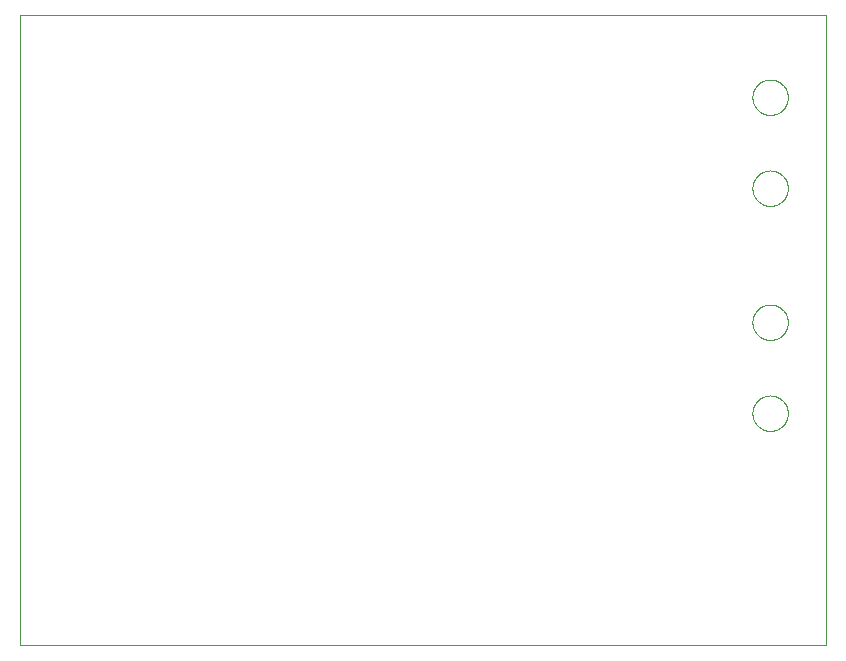
<source format=gbp>
G75*
%MOIN*%
%OFA0B0*%
%FSLAX25Y25*%
%IPPOS*%
%LPD*%
%AMOC8*
5,1,8,0,0,1.08239X$1,22.5*
%
%ADD10C,0.00000*%
D10*
X0001600Y0001600D02*
X0001600Y0211561D01*
X0270301Y0211561D01*
X0270301Y0001600D01*
X0001600Y0001600D01*
X0245694Y0078943D02*
X0245696Y0079096D01*
X0245702Y0079250D01*
X0245712Y0079403D01*
X0245726Y0079555D01*
X0245744Y0079708D01*
X0245766Y0079859D01*
X0245791Y0080010D01*
X0245821Y0080161D01*
X0245855Y0080311D01*
X0245892Y0080459D01*
X0245933Y0080607D01*
X0245978Y0080753D01*
X0246027Y0080899D01*
X0246080Y0081043D01*
X0246136Y0081185D01*
X0246196Y0081326D01*
X0246260Y0081466D01*
X0246327Y0081604D01*
X0246398Y0081740D01*
X0246473Y0081874D01*
X0246550Y0082006D01*
X0246632Y0082136D01*
X0246716Y0082264D01*
X0246804Y0082390D01*
X0246895Y0082513D01*
X0246989Y0082634D01*
X0247087Y0082752D01*
X0247187Y0082868D01*
X0247291Y0082981D01*
X0247397Y0083092D01*
X0247506Y0083200D01*
X0247618Y0083305D01*
X0247732Y0083406D01*
X0247850Y0083505D01*
X0247969Y0083601D01*
X0248091Y0083694D01*
X0248216Y0083783D01*
X0248343Y0083870D01*
X0248472Y0083952D01*
X0248603Y0084032D01*
X0248736Y0084108D01*
X0248871Y0084181D01*
X0249008Y0084250D01*
X0249147Y0084315D01*
X0249287Y0084377D01*
X0249429Y0084435D01*
X0249572Y0084490D01*
X0249717Y0084541D01*
X0249863Y0084588D01*
X0250010Y0084631D01*
X0250158Y0084670D01*
X0250307Y0084706D01*
X0250457Y0084737D01*
X0250608Y0084765D01*
X0250759Y0084789D01*
X0250912Y0084809D01*
X0251064Y0084825D01*
X0251217Y0084837D01*
X0251370Y0084845D01*
X0251523Y0084849D01*
X0251677Y0084849D01*
X0251830Y0084845D01*
X0251983Y0084837D01*
X0252136Y0084825D01*
X0252288Y0084809D01*
X0252441Y0084789D01*
X0252592Y0084765D01*
X0252743Y0084737D01*
X0252893Y0084706D01*
X0253042Y0084670D01*
X0253190Y0084631D01*
X0253337Y0084588D01*
X0253483Y0084541D01*
X0253628Y0084490D01*
X0253771Y0084435D01*
X0253913Y0084377D01*
X0254053Y0084315D01*
X0254192Y0084250D01*
X0254329Y0084181D01*
X0254464Y0084108D01*
X0254597Y0084032D01*
X0254728Y0083952D01*
X0254857Y0083870D01*
X0254984Y0083783D01*
X0255109Y0083694D01*
X0255231Y0083601D01*
X0255350Y0083505D01*
X0255468Y0083406D01*
X0255582Y0083305D01*
X0255694Y0083200D01*
X0255803Y0083092D01*
X0255909Y0082981D01*
X0256013Y0082868D01*
X0256113Y0082752D01*
X0256211Y0082634D01*
X0256305Y0082513D01*
X0256396Y0082390D01*
X0256484Y0082264D01*
X0256568Y0082136D01*
X0256650Y0082006D01*
X0256727Y0081874D01*
X0256802Y0081740D01*
X0256873Y0081604D01*
X0256940Y0081466D01*
X0257004Y0081326D01*
X0257064Y0081185D01*
X0257120Y0081043D01*
X0257173Y0080899D01*
X0257222Y0080753D01*
X0257267Y0080607D01*
X0257308Y0080459D01*
X0257345Y0080311D01*
X0257379Y0080161D01*
X0257409Y0080010D01*
X0257434Y0079859D01*
X0257456Y0079708D01*
X0257474Y0079555D01*
X0257488Y0079403D01*
X0257498Y0079250D01*
X0257504Y0079096D01*
X0257506Y0078943D01*
X0257504Y0078790D01*
X0257498Y0078636D01*
X0257488Y0078483D01*
X0257474Y0078331D01*
X0257456Y0078178D01*
X0257434Y0078027D01*
X0257409Y0077876D01*
X0257379Y0077725D01*
X0257345Y0077575D01*
X0257308Y0077427D01*
X0257267Y0077279D01*
X0257222Y0077133D01*
X0257173Y0076987D01*
X0257120Y0076843D01*
X0257064Y0076701D01*
X0257004Y0076560D01*
X0256940Y0076420D01*
X0256873Y0076282D01*
X0256802Y0076146D01*
X0256727Y0076012D01*
X0256650Y0075880D01*
X0256568Y0075750D01*
X0256484Y0075622D01*
X0256396Y0075496D01*
X0256305Y0075373D01*
X0256211Y0075252D01*
X0256113Y0075134D01*
X0256013Y0075018D01*
X0255909Y0074905D01*
X0255803Y0074794D01*
X0255694Y0074686D01*
X0255582Y0074581D01*
X0255468Y0074480D01*
X0255350Y0074381D01*
X0255231Y0074285D01*
X0255109Y0074192D01*
X0254984Y0074103D01*
X0254857Y0074016D01*
X0254728Y0073934D01*
X0254597Y0073854D01*
X0254464Y0073778D01*
X0254329Y0073705D01*
X0254192Y0073636D01*
X0254053Y0073571D01*
X0253913Y0073509D01*
X0253771Y0073451D01*
X0253628Y0073396D01*
X0253483Y0073345D01*
X0253337Y0073298D01*
X0253190Y0073255D01*
X0253042Y0073216D01*
X0252893Y0073180D01*
X0252743Y0073149D01*
X0252592Y0073121D01*
X0252441Y0073097D01*
X0252288Y0073077D01*
X0252136Y0073061D01*
X0251983Y0073049D01*
X0251830Y0073041D01*
X0251677Y0073037D01*
X0251523Y0073037D01*
X0251370Y0073041D01*
X0251217Y0073049D01*
X0251064Y0073061D01*
X0250912Y0073077D01*
X0250759Y0073097D01*
X0250608Y0073121D01*
X0250457Y0073149D01*
X0250307Y0073180D01*
X0250158Y0073216D01*
X0250010Y0073255D01*
X0249863Y0073298D01*
X0249717Y0073345D01*
X0249572Y0073396D01*
X0249429Y0073451D01*
X0249287Y0073509D01*
X0249147Y0073571D01*
X0249008Y0073636D01*
X0248871Y0073705D01*
X0248736Y0073778D01*
X0248603Y0073854D01*
X0248472Y0073934D01*
X0248343Y0074016D01*
X0248216Y0074103D01*
X0248091Y0074192D01*
X0247969Y0074285D01*
X0247850Y0074381D01*
X0247732Y0074480D01*
X0247618Y0074581D01*
X0247506Y0074686D01*
X0247397Y0074794D01*
X0247291Y0074905D01*
X0247187Y0075018D01*
X0247087Y0075134D01*
X0246989Y0075252D01*
X0246895Y0075373D01*
X0246804Y0075496D01*
X0246716Y0075622D01*
X0246632Y0075750D01*
X0246550Y0075880D01*
X0246473Y0076012D01*
X0246398Y0076146D01*
X0246327Y0076282D01*
X0246260Y0076420D01*
X0246196Y0076560D01*
X0246136Y0076701D01*
X0246080Y0076843D01*
X0246027Y0076987D01*
X0245978Y0077133D01*
X0245933Y0077279D01*
X0245892Y0077427D01*
X0245855Y0077575D01*
X0245821Y0077725D01*
X0245791Y0077876D01*
X0245766Y0078027D01*
X0245744Y0078178D01*
X0245726Y0078331D01*
X0245712Y0078483D01*
X0245702Y0078636D01*
X0245696Y0078790D01*
X0245694Y0078943D01*
X0245694Y0109257D02*
X0245696Y0109410D01*
X0245702Y0109564D01*
X0245712Y0109717D01*
X0245726Y0109869D01*
X0245744Y0110022D01*
X0245766Y0110173D01*
X0245791Y0110324D01*
X0245821Y0110475D01*
X0245855Y0110625D01*
X0245892Y0110773D01*
X0245933Y0110921D01*
X0245978Y0111067D01*
X0246027Y0111213D01*
X0246080Y0111357D01*
X0246136Y0111499D01*
X0246196Y0111640D01*
X0246260Y0111780D01*
X0246327Y0111918D01*
X0246398Y0112054D01*
X0246473Y0112188D01*
X0246550Y0112320D01*
X0246632Y0112450D01*
X0246716Y0112578D01*
X0246804Y0112704D01*
X0246895Y0112827D01*
X0246989Y0112948D01*
X0247087Y0113066D01*
X0247187Y0113182D01*
X0247291Y0113295D01*
X0247397Y0113406D01*
X0247506Y0113514D01*
X0247618Y0113619D01*
X0247732Y0113720D01*
X0247850Y0113819D01*
X0247969Y0113915D01*
X0248091Y0114008D01*
X0248216Y0114097D01*
X0248343Y0114184D01*
X0248472Y0114266D01*
X0248603Y0114346D01*
X0248736Y0114422D01*
X0248871Y0114495D01*
X0249008Y0114564D01*
X0249147Y0114629D01*
X0249287Y0114691D01*
X0249429Y0114749D01*
X0249572Y0114804D01*
X0249717Y0114855D01*
X0249863Y0114902D01*
X0250010Y0114945D01*
X0250158Y0114984D01*
X0250307Y0115020D01*
X0250457Y0115051D01*
X0250608Y0115079D01*
X0250759Y0115103D01*
X0250912Y0115123D01*
X0251064Y0115139D01*
X0251217Y0115151D01*
X0251370Y0115159D01*
X0251523Y0115163D01*
X0251677Y0115163D01*
X0251830Y0115159D01*
X0251983Y0115151D01*
X0252136Y0115139D01*
X0252288Y0115123D01*
X0252441Y0115103D01*
X0252592Y0115079D01*
X0252743Y0115051D01*
X0252893Y0115020D01*
X0253042Y0114984D01*
X0253190Y0114945D01*
X0253337Y0114902D01*
X0253483Y0114855D01*
X0253628Y0114804D01*
X0253771Y0114749D01*
X0253913Y0114691D01*
X0254053Y0114629D01*
X0254192Y0114564D01*
X0254329Y0114495D01*
X0254464Y0114422D01*
X0254597Y0114346D01*
X0254728Y0114266D01*
X0254857Y0114184D01*
X0254984Y0114097D01*
X0255109Y0114008D01*
X0255231Y0113915D01*
X0255350Y0113819D01*
X0255468Y0113720D01*
X0255582Y0113619D01*
X0255694Y0113514D01*
X0255803Y0113406D01*
X0255909Y0113295D01*
X0256013Y0113182D01*
X0256113Y0113066D01*
X0256211Y0112948D01*
X0256305Y0112827D01*
X0256396Y0112704D01*
X0256484Y0112578D01*
X0256568Y0112450D01*
X0256650Y0112320D01*
X0256727Y0112188D01*
X0256802Y0112054D01*
X0256873Y0111918D01*
X0256940Y0111780D01*
X0257004Y0111640D01*
X0257064Y0111499D01*
X0257120Y0111357D01*
X0257173Y0111213D01*
X0257222Y0111067D01*
X0257267Y0110921D01*
X0257308Y0110773D01*
X0257345Y0110625D01*
X0257379Y0110475D01*
X0257409Y0110324D01*
X0257434Y0110173D01*
X0257456Y0110022D01*
X0257474Y0109869D01*
X0257488Y0109717D01*
X0257498Y0109564D01*
X0257504Y0109410D01*
X0257506Y0109257D01*
X0257504Y0109104D01*
X0257498Y0108950D01*
X0257488Y0108797D01*
X0257474Y0108645D01*
X0257456Y0108492D01*
X0257434Y0108341D01*
X0257409Y0108190D01*
X0257379Y0108039D01*
X0257345Y0107889D01*
X0257308Y0107741D01*
X0257267Y0107593D01*
X0257222Y0107447D01*
X0257173Y0107301D01*
X0257120Y0107157D01*
X0257064Y0107015D01*
X0257004Y0106874D01*
X0256940Y0106734D01*
X0256873Y0106596D01*
X0256802Y0106460D01*
X0256727Y0106326D01*
X0256650Y0106194D01*
X0256568Y0106064D01*
X0256484Y0105936D01*
X0256396Y0105810D01*
X0256305Y0105687D01*
X0256211Y0105566D01*
X0256113Y0105448D01*
X0256013Y0105332D01*
X0255909Y0105219D01*
X0255803Y0105108D01*
X0255694Y0105000D01*
X0255582Y0104895D01*
X0255468Y0104794D01*
X0255350Y0104695D01*
X0255231Y0104599D01*
X0255109Y0104506D01*
X0254984Y0104417D01*
X0254857Y0104330D01*
X0254728Y0104248D01*
X0254597Y0104168D01*
X0254464Y0104092D01*
X0254329Y0104019D01*
X0254192Y0103950D01*
X0254053Y0103885D01*
X0253913Y0103823D01*
X0253771Y0103765D01*
X0253628Y0103710D01*
X0253483Y0103659D01*
X0253337Y0103612D01*
X0253190Y0103569D01*
X0253042Y0103530D01*
X0252893Y0103494D01*
X0252743Y0103463D01*
X0252592Y0103435D01*
X0252441Y0103411D01*
X0252288Y0103391D01*
X0252136Y0103375D01*
X0251983Y0103363D01*
X0251830Y0103355D01*
X0251677Y0103351D01*
X0251523Y0103351D01*
X0251370Y0103355D01*
X0251217Y0103363D01*
X0251064Y0103375D01*
X0250912Y0103391D01*
X0250759Y0103411D01*
X0250608Y0103435D01*
X0250457Y0103463D01*
X0250307Y0103494D01*
X0250158Y0103530D01*
X0250010Y0103569D01*
X0249863Y0103612D01*
X0249717Y0103659D01*
X0249572Y0103710D01*
X0249429Y0103765D01*
X0249287Y0103823D01*
X0249147Y0103885D01*
X0249008Y0103950D01*
X0248871Y0104019D01*
X0248736Y0104092D01*
X0248603Y0104168D01*
X0248472Y0104248D01*
X0248343Y0104330D01*
X0248216Y0104417D01*
X0248091Y0104506D01*
X0247969Y0104599D01*
X0247850Y0104695D01*
X0247732Y0104794D01*
X0247618Y0104895D01*
X0247506Y0105000D01*
X0247397Y0105108D01*
X0247291Y0105219D01*
X0247187Y0105332D01*
X0247087Y0105448D01*
X0246989Y0105566D01*
X0246895Y0105687D01*
X0246804Y0105810D01*
X0246716Y0105936D01*
X0246632Y0106064D01*
X0246550Y0106194D01*
X0246473Y0106326D01*
X0246398Y0106460D01*
X0246327Y0106596D01*
X0246260Y0106734D01*
X0246196Y0106874D01*
X0246136Y0107015D01*
X0246080Y0107157D01*
X0246027Y0107301D01*
X0245978Y0107447D01*
X0245933Y0107593D01*
X0245892Y0107741D01*
X0245855Y0107889D01*
X0245821Y0108039D01*
X0245791Y0108190D01*
X0245766Y0108341D01*
X0245744Y0108492D01*
X0245726Y0108645D01*
X0245712Y0108797D01*
X0245702Y0108950D01*
X0245696Y0109104D01*
X0245694Y0109257D01*
X0245694Y0153943D02*
X0245696Y0154096D01*
X0245702Y0154250D01*
X0245712Y0154403D01*
X0245726Y0154555D01*
X0245744Y0154708D01*
X0245766Y0154859D01*
X0245791Y0155010D01*
X0245821Y0155161D01*
X0245855Y0155311D01*
X0245892Y0155459D01*
X0245933Y0155607D01*
X0245978Y0155753D01*
X0246027Y0155899D01*
X0246080Y0156043D01*
X0246136Y0156185D01*
X0246196Y0156326D01*
X0246260Y0156466D01*
X0246327Y0156604D01*
X0246398Y0156740D01*
X0246473Y0156874D01*
X0246550Y0157006D01*
X0246632Y0157136D01*
X0246716Y0157264D01*
X0246804Y0157390D01*
X0246895Y0157513D01*
X0246989Y0157634D01*
X0247087Y0157752D01*
X0247187Y0157868D01*
X0247291Y0157981D01*
X0247397Y0158092D01*
X0247506Y0158200D01*
X0247618Y0158305D01*
X0247732Y0158406D01*
X0247850Y0158505D01*
X0247969Y0158601D01*
X0248091Y0158694D01*
X0248216Y0158783D01*
X0248343Y0158870D01*
X0248472Y0158952D01*
X0248603Y0159032D01*
X0248736Y0159108D01*
X0248871Y0159181D01*
X0249008Y0159250D01*
X0249147Y0159315D01*
X0249287Y0159377D01*
X0249429Y0159435D01*
X0249572Y0159490D01*
X0249717Y0159541D01*
X0249863Y0159588D01*
X0250010Y0159631D01*
X0250158Y0159670D01*
X0250307Y0159706D01*
X0250457Y0159737D01*
X0250608Y0159765D01*
X0250759Y0159789D01*
X0250912Y0159809D01*
X0251064Y0159825D01*
X0251217Y0159837D01*
X0251370Y0159845D01*
X0251523Y0159849D01*
X0251677Y0159849D01*
X0251830Y0159845D01*
X0251983Y0159837D01*
X0252136Y0159825D01*
X0252288Y0159809D01*
X0252441Y0159789D01*
X0252592Y0159765D01*
X0252743Y0159737D01*
X0252893Y0159706D01*
X0253042Y0159670D01*
X0253190Y0159631D01*
X0253337Y0159588D01*
X0253483Y0159541D01*
X0253628Y0159490D01*
X0253771Y0159435D01*
X0253913Y0159377D01*
X0254053Y0159315D01*
X0254192Y0159250D01*
X0254329Y0159181D01*
X0254464Y0159108D01*
X0254597Y0159032D01*
X0254728Y0158952D01*
X0254857Y0158870D01*
X0254984Y0158783D01*
X0255109Y0158694D01*
X0255231Y0158601D01*
X0255350Y0158505D01*
X0255468Y0158406D01*
X0255582Y0158305D01*
X0255694Y0158200D01*
X0255803Y0158092D01*
X0255909Y0157981D01*
X0256013Y0157868D01*
X0256113Y0157752D01*
X0256211Y0157634D01*
X0256305Y0157513D01*
X0256396Y0157390D01*
X0256484Y0157264D01*
X0256568Y0157136D01*
X0256650Y0157006D01*
X0256727Y0156874D01*
X0256802Y0156740D01*
X0256873Y0156604D01*
X0256940Y0156466D01*
X0257004Y0156326D01*
X0257064Y0156185D01*
X0257120Y0156043D01*
X0257173Y0155899D01*
X0257222Y0155753D01*
X0257267Y0155607D01*
X0257308Y0155459D01*
X0257345Y0155311D01*
X0257379Y0155161D01*
X0257409Y0155010D01*
X0257434Y0154859D01*
X0257456Y0154708D01*
X0257474Y0154555D01*
X0257488Y0154403D01*
X0257498Y0154250D01*
X0257504Y0154096D01*
X0257506Y0153943D01*
X0257504Y0153790D01*
X0257498Y0153636D01*
X0257488Y0153483D01*
X0257474Y0153331D01*
X0257456Y0153178D01*
X0257434Y0153027D01*
X0257409Y0152876D01*
X0257379Y0152725D01*
X0257345Y0152575D01*
X0257308Y0152427D01*
X0257267Y0152279D01*
X0257222Y0152133D01*
X0257173Y0151987D01*
X0257120Y0151843D01*
X0257064Y0151701D01*
X0257004Y0151560D01*
X0256940Y0151420D01*
X0256873Y0151282D01*
X0256802Y0151146D01*
X0256727Y0151012D01*
X0256650Y0150880D01*
X0256568Y0150750D01*
X0256484Y0150622D01*
X0256396Y0150496D01*
X0256305Y0150373D01*
X0256211Y0150252D01*
X0256113Y0150134D01*
X0256013Y0150018D01*
X0255909Y0149905D01*
X0255803Y0149794D01*
X0255694Y0149686D01*
X0255582Y0149581D01*
X0255468Y0149480D01*
X0255350Y0149381D01*
X0255231Y0149285D01*
X0255109Y0149192D01*
X0254984Y0149103D01*
X0254857Y0149016D01*
X0254728Y0148934D01*
X0254597Y0148854D01*
X0254464Y0148778D01*
X0254329Y0148705D01*
X0254192Y0148636D01*
X0254053Y0148571D01*
X0253913Y0148509D01*
X0253771Y0148451D01*
X0253628Y0148396D01*
X0253483Y0148345D01*
X0253337Y0148298D01*
X0253190Y0148255D01*
X0253042Y0148216D01*
X0252893Y0148180D01*
X0252743Y0148149D01*
X0252592Y0148121D01*
X0252441Y0148097D01*
X0252288Y0148077D01*
X0252136Y0148061D01*
X0251983Y0148049D01*
X0251830Y0148041D01*
X0251677Y0148037D01*
X0251523Y0148037D01*
X0251370Y0148041D01*
X0251217Y0148049D01*
X0251064Y0148061D01*
X0250912Y0148077D01*
X0250759Y0148097D01*
X0250608Y0148121D01*
X0250457Y0148149D01*
X0250307Y0148180D01*
X0250158Y0148216D01*
X0250010Y0148255D01*
X0249863Y0148298D01*
X0249717Y0148345D01*
X0249572Y0148396D01*
X0249429Y0148451D01*
X0249287Y0148509D01*
X0249147Y0148571D01*
X0249008Y0148636D01*
X0248871Y0148705D01*
X0248736Y0148778D01*
X0248603Y0148854D01*
X0248472Y0148934D01*
X0248343Y0149016D01*
X0248216Y0149103D01*
X0248091Y0149192D01*
X0247969Y0149285D01*
X0247850Y0149381D01*
X0247732Y0149480D01*
X0247618Y0149581D01*
X0247506Y0149686D01*
X0247397Y0149794D01*
X0247291Y0149905D01*
X0247187Y0150018D01*
X0247087Y0150134D01*
X0246989Y0150252D01*
X0246895Y0150373D01*
X0246804Y0150496D01*
X0246716Y0150622D01*
X0246632Y0150750D01*
X0246550Y0150880D01*
X0246473Y0151012D01*
X0246398Y0151146D01*
X0246327Y0151282D01*
X0246260Y0151420D01*
X0246196Y0151560D01*
X0246136Y0151701D01*
X0246080Y0151843D01*
X0246027Y0151987D01*
X0245978Y0152133D01*
X0245933Y0152279D01*
X0245892Y0152427D01*
X0245855Y0152575D01*
X0245821Y0152725D01*
X0245791Y0152876D01*
X0245766Y0153027D01*
X0245744Y0153178D01*
X0245726Y0153331D01*
X0245712Y0153483D01*
X0245702Y0153636D01*
X0245696Y0153790D01*
X0245694Y0153943D01*
X0245694Y0184257D02*
X0245696Y0184410D01*
X0245702Y0184564D01*
X0245712Y0184717D01*
X0245726Y0184869D01*
X0245744Y0185022D01*
X0245766Y0185173D01*
X0245791Y0185324D01*
X0245821Y0185475D01*
X0245855Y0185625D01*
X0245892Y0185773D01*
X0245933Y0185921D01*
X0245978Y0186067D01*
X0246027Y0186213D01*
X0246080Y0186357D01*
X0246136Y0186499D01*
X0246196Y0186640D01*
X0246260Y0186780D01*
X0246327Y0186918D01*
X0246398Y0187054D01*
X0246473Y0187188D01*
X0246550Y0187320D01*
X0246632Y0187450D01*
X0246716Y0187578D01*
X0246804Y0187704D01*
X0246895Y0187827D01*
X0246989Y0187948D01*
X0247087Y0188066D01*
X0247187Y0188182D01*
X0247291Y0188295D01*
X0247397Y0188406D01*
X0247506Y0188514D01*
X0247618Y0188619D01*
X0247732Y0188720D01*
X0247850Y0188819D01*
X0247969Y0188915D01*
X0248091Y0189008D01*
X0248216Y0189097D01*
X0248343Y0189184D01*
X0248472Y0189266D01*
X0248603Y0189346D01*
X0248736Y0189422D01*
X0248871Y0189495D01*
X0249008Y0189564D01*
X0249147Y0189629D01*
X0249287Y0189691D01*
X0249429Y0189749D01*
X0249572Y0189804D01*
X0249717Y0189855D01*
X0249863Y0189902D01*
X0250010Y0189945D01*
X0250158Y0189984D01*
X0250307Y0190020D01*
X0250457Y0190051D01*
X0250608Y0190079D01*
X0250759Y0190103D01*
X0250912Y0190123D01*
X0251064Y0190139D01*
X0251217Y0190151D01*
X0251370Y0190159D01*
X0251523Y0190163D01*
X0251677Y0190163D01*
X0251830Y0190159D01*
X0251983Y0190151D01*
X0252136Y0190139D01*
X0252288Y0190123D01*
X0252441Y0190103D01*
X0252592Y0190079D01*
X0252743Y0190051D01*
X0252893Y0190020D01*
X0253042Y0189984D01*
X0253190Y0189945D01*
X0253337Y0189902D01*
X0253483Y0189855D01*
X0253628Y0189804D01*
X0253771Y0189749D01*
X0253913Y0189691D01*
X0254053Y0189629D01*
X0254192Y0189564D01*
X0254329Y0189495D01*
X0254464Y0189422D01*
X0254597Y0189346D01*
X0254728Y0189266D01*
X0254857Y0189184D01*
X0254984Y0189097D01*
X0255109Y0189008D01*
X0255231Y0188915D01*
X0255350Y0188819D01*
X0255468Y0188720D01*
X0255582Y0188619D01*
X0255694Y0188514D01*
X0255803Y0188406D01*
X0255909Y0188295D01*
X0256013Y0188182D01*
X0256113Y0188066D01*
X0256211Y0187948D01*
X0256305Y0187827D01*
X0256396Y0187704D01*
X0256484Y0187578D01*
X0256568Y0187450D01*
X0256650Y0187320D01*
X0256727Y0187188D01*
X0256802Y0187054D01*
X0256873Y0186918D01*
X0256940Y0186780D01*
X0257004Y0186640D01*
X0257064Y0186499D01*
X0257120Y0186357D01*
X0257173Y0186213D01*
X0257222Y0186067D01*
X0257267Y0185921D01*
X0257308Y0185773D01*
X0257345Y0185625D01*
X0257379Y0185475D01*
X0257409Y0185324D01*
X0257434Y0185173D01*
X0257456Y0185022D01*
X0257474Y0184869D01*
X0257488Y0184717D01*
X0257498Y0184564D01*
X0257504Y0184410D01*
X0257506Y0184257D01*
X0257504Y0184104D01*
X0257498Y0183950D01*
X0257488Y0183797D01*
X0257474Y0183645D01*
X0257456Y0183492D01*
X0257434Y0183341D01*
X0257409Y0183190D01*
X0257379Y0183039D01*
X0257345Y0182889D01*
X0257308Y0182741D01*
X0257267Y0182593D01*
X0257222Y0182447D01*
X0257173Y0182301D01*
X0257120Y0182157D01*
X0257064Y0182015D01*
X0257004Y0181874D01*
X0256940Y0181734D01*
X0256873Y0181596D01*
X0256802Y0181460D01*
X0256727Y0181326D01*
X0256650Y0181194D01*
X0256568Y0181064D01*
X0256484Y0180936D01*
X0256396Y0180810D01*
X0256305Y0180687D01*
X0256211Y0180566D01*
X0256113Y0180448D01*
X0256013Y0180332D01*
X0255909Y0180219D01*
X0255803Y0180108D01*
X0255694Y0180000D01*
X0255582Y0179895D01*
X0255468Y0179794D01*
X0255350Y0179695D01*
X0255231Y0179599D01*
X0255109Y0179506D01*
X0254984Y0179417D01*
X0254857Y0179330D01*
X0254728Y0179248D01*
X0254597Y0179168D01*
X0254464Y0179092D01*
X0254329Y0179019D01*
X0254192Y0178950D01*
X0254053Y0178885D01*
X0253913Y0178823D01*
X0253771Y0178765D01*
X0253628Y0178710D01*
X0253483Y0178659D01*
X0253337Y0178612D01*
X0253190Y0178569D01*
X0253042Y0178530D01*
X0252893Y0178494D01*
X0252743Y0178463D01*
X0252592Y0178435D01*
X0252441Y0178411D01*
X0252288Y0178391D01*
X0252136Y0178375D01*
X0251983Y0178363D01*
X0251830Y0178355D01*
X0251677Y0178351D01*
X0251523Y0178351D01*
X0251370Y0178355D01*
X0251217Y0178363D01*
X0251064Y0178375D01*
X0250912Y0178391D01*
X0250759Y0178411D01*
X0250608Y0178435D01*
X0250457Y0178463D01*
X0250307Y0178494D01*
X0250158Y0178530D01*
X0250010Y0178569D01*
X0249863Y0178612D01*
X0249717Y0178659D01*
X0249572Y0178710D01*
X0249429Y0178765D01*
X0249287Y0178823D01*
X0249147Y0178885D01*
X0249008Y0178950D01*
X0248871Y0179019D01*
X0248736Y0179092D01*
X0248603Y0179168D01*
X0248472Y0179248D01*
X0248343Y0179330D01*
X0248216Y0179417D01*
X0248091Y0179506D01*
X0247969Y0179599D01*
X0247850Y0179695D01*
X0247732Y0179794D01*
X0247618Y0179895D01*
X0247506Y0180000D01*
X0247397Y0180108D01*
X0247291Y0180219D01*
X0247187Y0180332D01*
X0247087Y0180448D01*
X0246989Y0180566D01*
X0246895Y0180687D01*
X0246804Y0180810D01*
X0246716Y0180936D01*
X0246632Y0181064D01*
X0246550Y0181194D01*
X0246473Y0181326D01*
X0246398Y0181460D01*
X0246327Y0181596D01*
X0246260Y0181734D01*
X0246196Y0181874D01*
X0246136Y0182015D01*
X0246080Y0182157D01*
X0246027Y0182301D01*
X0245978Y0182447D01*
X0245933Y0182593D01*
X0245892Y0182741D01*
X0245855Y0182889D01*
X0245821Y0183039D01*
X0245791Y0183190D01*
X0245766Y0183341D01*
X0245744Y0183492D01*
X0245726Y0183645D01*
X0245712Y0183797D01*
X0245702Y0183950D01*
X0245696Y0184104D01*
X0245694Y0184257D01*
M02*

</source>
